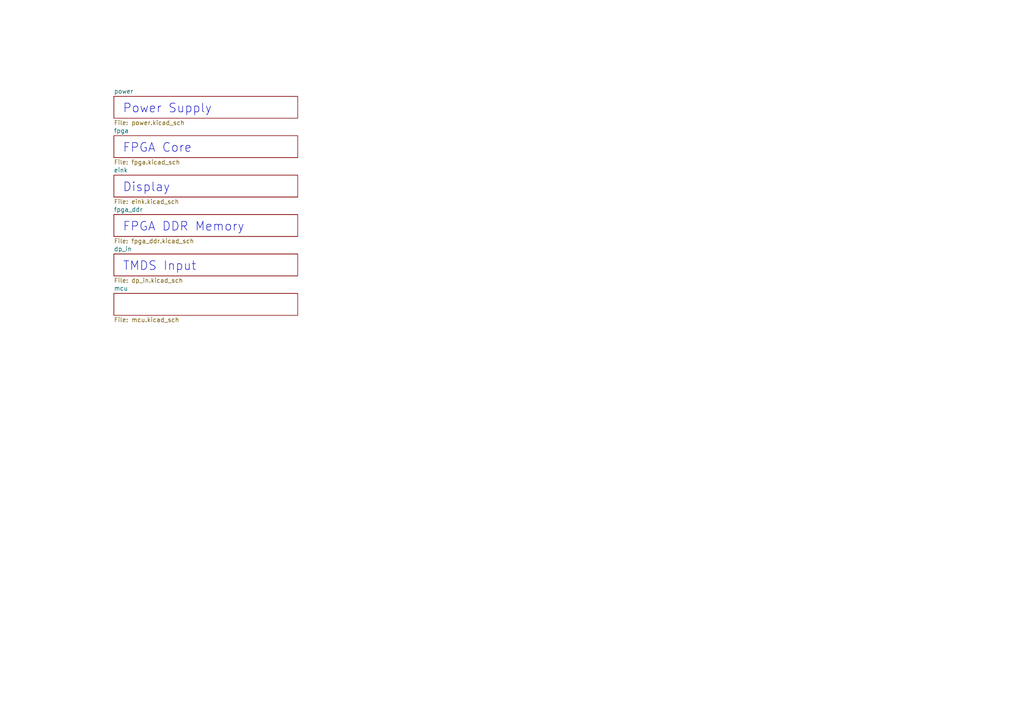
<source format=kicad_sch>
(kicad_sch (version 20230121) (generator eeschema)
  (paper "A4")
  (title_block (title "Glider Lite") (date "2023-12-24") (rev "R0.7") (company "Copyright 2023 Modos / Engineer: Wenting Zhang"))
  (lib_symbols)
  (text "FPGA DDR Memory" (at 35.56 67.31 0) (effects (font (size 2.54 2.54)) (justify left bottom)))
  (text "Power Supply" (at 35.56 33.02 0) (effects (font (size 2.54 2.54)) (justify left bottom)))
  (text "Display" (at 35.56 55.88 0) (effects (font (size 2.54 2.54)) (justify left bottom)))
  (text "FPGA Core" (at 35.56 44.45 0) (effects (font (size 2.54 2.54)) (justify left bottom)))
  (text "TMDS Input" (at 35.56 78.74 0) (effects (font (size 2.54 2.54)) (justify left bottom)))
  (sheet (at 33.02 27.94) (size 53.34 6.35) (stroke (width 0.1524))
    (property "Sheetname" "power" (at 33.02 27.2284 0) (effects (justify left bottom)))
    (property "Sheetfile" "power.kicad_sch" (at 33.02 34.8746 0) (effects (justify left top)))
  )
  (sheet (at 33.02 39.37) (size 53.34 6.35) (stroke (width 0.1524))
    (property "Sheetname" "fpga" (at 33.02 38.6584 0) (effects (justify left bottom)))
    (property "Sheetfile" "fpga.kicad_sch" (at 33.02 46.3046 0) (effects (justify left top)))
  )
  (sheet (at 33.02 73.66) (size 53.34 6.35) (stroke (width 0.1524))
    (property "Sheetname" "dp_in" (at 33.02 72.9484 0) (effects (justify left bottom)))
    (property "Sheetfile" "dp_in.kicad_sch" (at 33.02 80.5946 0) (effects (justify left top)))
  )
  (sheet (at 33.02 62.23) (size 53.34 6.35) (stroke (width 0.1524))
    (property "Sheetname" "fpga_ddr" (at 33.02 61.5184 0) (effects (justify left bottom)))
    (property "Sheetfile" "fpga_ddr.kicad_sch" (at 33.02 69.1646 0) (effects (justify left top)))
  )
  (sheet (at 33.02 50.8) (size 53.34 6.35) (stroke (width 0.1524))
    (property "Sheetname" "eink" (at 33.02 50.0884 0) (effects (justify left bottom)))
    (property "Sheetfile" "eink.kicad_sch" (at 33.02 57.7346 0) (effects (justify left top)))
  )
  (sheet (at 33.02 85.09) (size 53.34 6.35) (stroke (width 0.1524))
    (property "Sheetname" "mcu" (at 33.02 84.3784 0) (effects (justify left bottom)))
    (property "Sheetfile" "mcu.kicad_sch" (at 33.02 92.0246 0) (effects (justify left top)))
  )
)
</source>
